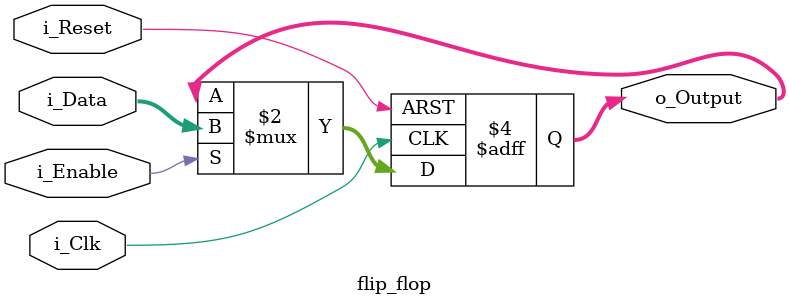
<source format=v>

module flip_flop 
	#( parameter LENGTH = 8)
	 ( input 				i_Clk,
	   input [LENGTH-1:0]	i_Data,
	   input				i_Reset,
	   input				i_Enable,
	   output reg [LENGTH-1:0] o_Output
	);
	
	
	always @(posedge i_Clk or posedge i_Reset)
	begin
		if(i_Reset) o_Output <= {LENGTH{1'b0}};
		else if (i_Enable) o_Output <= i_Data;
	
	end // always
	
endmodule
</source>
